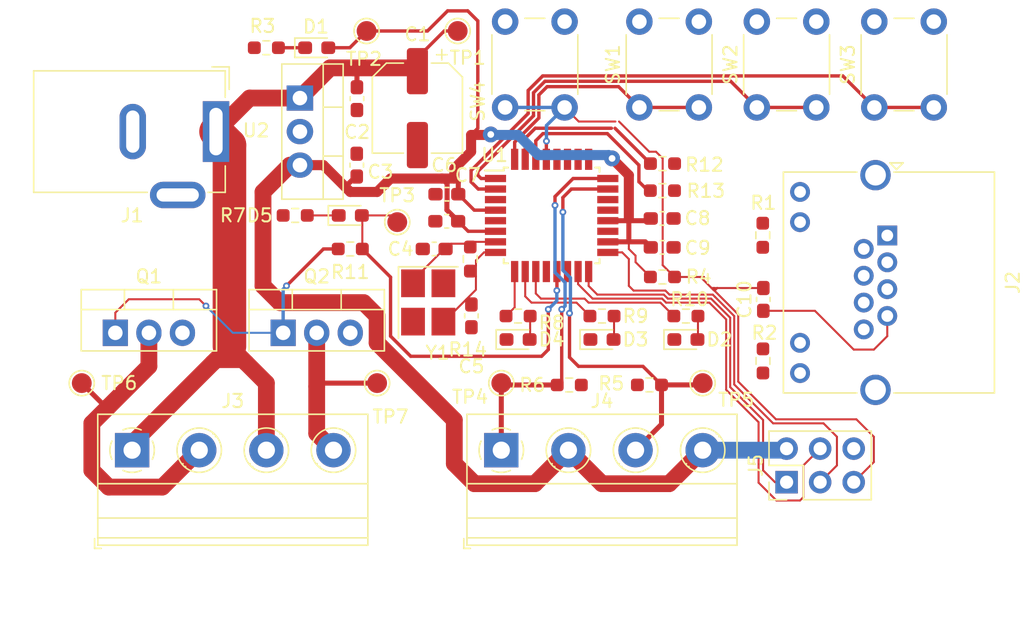
<source format=kicad_pcb>
(kicad_pcb (version 20211014) (generator pcbnew)
  (layers (0 "F.Cu" signal) (31 "B.Cu" signal) (34 "B.Paste" user) (35 "F.Paste" user) (36 "B.SilkS" user "B.Silkscreen") (37 "F.SilkS" user "F.Silkscreen") (38 "B.Mask" user) (39 "F.Mask" user) (44 "Edge.Cuts" user))
  (net 0 "")
  (net 1 "+12V")
  (net 2 "GND")
  (net 3 "+5V")
  (net 4 "Net-(C10-Pad1)")
  (net 5 "RESET")
  (net 6 "Net-(D1-Pad1)")
  (net 7 "Net-(D5-Pad1)")
  (net 9 "Net-(J2-Pad11)")
  (net 11 "Net-(J2-Pad6)")
  (net 13 "Net-(J2-Pad10)")
  (net 14 "Net-(J2-Pad12)")
  (net 15 "Net-(J3-Pad2)")
  (net 16 "Net-(J3-Pad4)")
  (net 17 "MISO")
  (net 18 "SCK")
  (net 19 "MOSI")
  (net 20 "RX")
  (net 21 "TX")
  (net 30 "/LIGHT_SIGNAL")
  (net 31 "/OSC_A")
  (net 32 "/OSC_B")
  (net 33 "/LED_3")
  (net 34 "/LED_2")
  (net 35 "/LED_1")
  (net 36 "/PHOTORESISTOR_IN")
  (net 37 "/DOOR_SW_IN")
  (net 38 "/LIGHTS_CL")
  (net 39 "/BTN_1")
  (net 40 "/BTN_2")
  (net 41 "/BTN_3")
  (net 42 "Net-(R10-Pad2)")
  (net 43 "Net-(R9-Pad2)")
  (net 44 "Net-(R8-Pad2)")
  (footprint "LED_SMD:LED_0603_1608Metric_Pad1.05x0.95mm_HandSolder" (layer "F.Cu") (at 134.62 100.838)
    (fp_text reference "D4")
    (fp_text value "GREEN")
  )
  (footprint "Resistor_SMD:R_0603_1608Metric_Pad0.98x0.95mm_HandSolder" (layer "F.Cu") (at 117.7525 91.44 180)
    (fp_text reference "R7")
    (fp_text value "750R")
  )
  (footprint "TestPoint:TestPoint_Pad_D1.5mm" (layer "F.Cu") (at 125.476 91.948)
    (fp_text reference "TP3")
    (fp_text value "TestPoint")
  )
  (footprint "Resistor_SMD:R_0603_1608Metric_Pad0.98x0.95mm_HandSolder" (layer "F.Cu") (at 153.137112 92.93992 90)
    (fp_text reference "R1")
    (fp_text value "150R")
  )
  (footprint "TestPoint:TestPoint_Pad_D1.5mm" (layer "F.Cu") (at 123.952 104.14)
    (fp_text reference "TP7")
    (fp_text value "TestPoint")
  )
  (footprint "Package_TO_SOT_THT:TO-220-3_Vertical" (layer "F.Cu") (at 116.84 100.33)
    (fp_text reference "Q2")
    (fp_text value "IRF540N")
  )
  (footprint "Resistor_SMD:R_0603_1608Metric_Pad0.98x0.95mm_HandSolder" (layer "F.Cu") (at 115.57 78.74 180)
    (fp_text reference "R3")
    (fp_text value "750R")
  )
  (footprint "Connector_PinHeader_2.54mm:PinHeader_2x03_P2.54mm_Vertical" (layer "F.Cu") (at 154.94 111.643 90)
    (fp_text reference "J5")
    (fp_text value "Conn_02x03_Counter_Clockwise")
  )
  (footprint "Capacitor_SMD:C_0603_1608Metric_Pad1.08x0.95mm_HandSolder" (layer "F.Cu") (at 128.27 93.98)
    (fp_text reference "C4")
    (fp_text value "18p")
  )
  (footprint "Capacitor_SMD:C_0603_1608Metric_Pad1.08x0.95mm_HandSolder" (layer "F.Cu") (at 145.522961 91.669813 180)
    (fp_text reference "C8")
    (fp_text value "100n")
  )
  (footprint "Package_TO_SOT_THT:TO-220-3_Vertical" (layer "F.Cu") (at 104.14 100.33)
    (fp_text reference "Q1")
    (fp_text value "IRF540N")
  )
  (footprint "TestPoint:TestPoint_Pad_D1.5mm" (layer "F.Cu") (at 148.59 104.14)
    (fp_text reference "TP5")
    (fp_text value "TestPoint")
  )
  (footprint "LED_SMD:LED_0603_1608Metric_Pad1.05x0.95mm_HandSolder" (layer "F.Cu") (at 147.32 100.838)
    (fp_text reference "D2")
    (fp_text value "GREEN")
  )
  (footprint "Connector_RJ:RJ45_Amphenol_RJHSE538X" (layer "F.Cu") (at 162.56 92.96 -90)
    (fp_text reference "J2")
    (fp_text value "8P8C_LED_Shielded")
  )
  (footprint "Personal:TerminalBlock_Right-Angle_Modular-1,5-4-5.08_1x04_P5.08mm_Horizontal" (layer "F.Cu") (at 105.41 111.76)
    (fp_text reference "J3")
    (fp_text value "Conn_01x04")
  )
  (footprint "Resistor_SMD:R_0603_1608Metric_Pad0.98x0.95mm_HandSolder" (layer "F.Cu") (at 138.491948 104.281924)
    (fp_text reference "R6")
    (fp_text value "5K")
  )
  (footprint "Resistor_SMD:R_0603_1608Metric_Pad0.98x0.95mm_HandSolder" (layer "F.Cu") (at 144.562482 104.275946)
    (fp_text reference "R5")
    (fp_text value "10K")
  )
  (footprint "Personal:SW_PUSH_6mm_H5mm_4pin" (layer "F.Cu") (at 138.14 76.76 -90)
    (fp_text reference "SW4")
    (fp_text value "SW_MEC_5E")
  )
  (footprint "Personal:SW_PUSH_6mm_H5mm_4pin" (layer "F.Cu") (at 152.69 83.26 90)
    (fp_text reference "SW2")
    (fp_text value "SW_MEC_5E")
  )
  (footprint "Personal:SW_PUSH_6mm_H5mm_4pin" (layer "F.Cu") (at 161.58 83.26 90)
    (fp_text reference "SW3")
    (fp_text value "SW_MEC_5E")
  )
  (footprint "Package_TO_SOT_THT:TO-220-3_Vertical" (layer "F.Cu") (at 118.11 82.55 -90)
    (fp_text reference "U2")
    (fp_text value "LM7805_TO220")
  )
  (footprint "Capacitor_SMD:C_0603_1608Metric_Pad1.08x0.95mm_HandSolder" (layer "F.Cu") (at 129.230663 89.832542 180)
    (fp_text reference "C6")
    (fp_text value "100n")
  )
  (footprint "Resistor_SMD:R_0603_1608Metric_Pad0.98x0.95mm_HandSolder" (layer "F.Cu") (at 121.92 93.98 180)
    (fp_text reference "R11")
    (fp_text value "220R")
  )
  (footprint "Crystal:Crystal_SMD_3225-4Pin_3.2x2.5mm_HandSoldering" (layer "F.Cu") (at 127.818826 98.03152 -90)
    (fp_text reference "Y1")
    (fp_text value "16MHz")
  )
  (footprint "Resistor_SMD:R_0603_1608Metric_Pad0.98x0.95mm_HandSolder" (layer "F.Cu") (at 134.62 99.06)
    (fp_text reference "R8")
    (fp_text value "600R")
  )
  (footprint "LED_SMD:LED_0603_1608Metric_Pad1.05x0.95mm_HandSolder" (layer "F.Cu") (at 140.97 100.838)
    (fp_text reference "D3")
    (fp_text value "GREEN")
  )
  (footprint "Resistor_SMD:R_0603_1608Metric_Pad0.98x0.95mm_HandSolder" (layer "F.Cu") (at 147.32 99.06)
    (fp_text reference "R10")
    (fp_text value "600R")
  )
  (footprint "Resistor_SMD:R_0603_1608Metric_Pad0.98x0.95mm_HandSolder" (layer "F.Cu") (at 145.542 89.562314)
    (fp_text reference "R13")
    (fp_text value "1K")
  )
  (footprint "TestPoint:TestPoint_Pad_D1.5mm" (layer "F.Cu") (at 133.35 104.14)
    (fp_text reference "TP4")
    (fp_text value "TestPoint")
  )
  (footprint "TestPoint:TestPoint_Pad_D1.5mm" (layer "F.Cu") (at 101.6 104.14)
    (fp_text reference "TP6")
    (fp_text value "TestPoint")
  )
  (footprint "Capacitor_SMD:C_0603_1608Metric_Pad1.08x0.95mm_HandSolder" (layer "F.Cu") (at 122.425397 82.593024 -90)
    (fp_text reference "C2")
    (fp_text value "100n")
  )
  (footprint "Personal:TerminalBlock_Right-Angle_Modular-1,5-4-5.08_1x04_P5.08mm_Horizontal" (layer "F.Cu") (at 133.35 111.76)
    (fp_text reference "J4")
    (fp_text value "Conn_01x04")
  )
  (footprint "Capacitor_SMD:C_0603_1608Metric_Pad1.08x0.95mm_HandSolder" (layer "F.Cu") (at 122.41031 87.63 90)
    (fp_text reference "C3")
    (fp_text value "100n")
  )
  (footprint "Capacitor_SMD:C_0603_1608Metric_Pad1.08x0.95mm_HandSolder" (layer "F.Cu") (at 131.086528 99.046255 90)
    (fp_text reference "C5")
    (fp_text value "18p")
  )
  (footprint "Capacitor_SMD:CP_Elec_6.3x5.9" (layer "F.Cu") (at 127 83.312 -90)
    (fp_text reference "C1")
    (fp_text value "22u")
  )
  (footprint "LED_SMD:LED_0603_1608Metric_Pad1.05x0.95mm_HandSolder" (layer "F.Cu") (at 119.38 78.74)
    (fp_text reference "D1")
    (fp_text value "RED")
  )
  (footprint "Capacitor_SMD:C_0603_1608Metric_Pad1.08x0.95mm_HandSolder" (layer "F.Cu") (at 145.524657 93.858603 180)
    (fp_text reference "C9")
    (fp_text value "100n")
  )
  (footprint "Resistor_SMD:R_0603_1608Metric_Pad0.98x0.95mm_HandSolder" (layer "F.Cu") (at 140.97 99.06)
    (fp_text reference "R9")
    (fp_text value "600R")
  )
  (footprint "Personal:BarrelJack_GCT_DCJ200-10-A_Horizontal" (layer "F.Cu") (at 111.76 85.09 -90)
    (fp_text reference "J1")
    (fp_text value "Barrel_Jack_Switch")
  )
  (footprint "Resistor_SMD:R_0603_1608Metric_Pad0.98x0.95mm_HandSolder" (layer "F.Cu") (at 145.546418 96.101546 180)
    (fp_text reference "R4")
    (fp_text value "10K")
  )
  (footprint "Capacitor_SMD:C_0603_1608Metric_Pad1.08x0.95mm_HandSolder" (layer "F.Cu") (at 129.221289 91.88057 180)
    (fp_text reference "C7")
    (fp_text value "100n")
  )
  (footprint "Resistor_SMD:R_0603_1608Metric_Pad0.98x0.95mm_HandSolder" (layer "F.Cu") (at 153.152423 102.460208 -90)
    (fp_text reference "R2")
    (fp_text value "150R")
  )
  (footprint "Personal:SW_PUSH_6mm_H5mm_4pin" (layer "F.Cu") (at 143.8 83.26 90)
    (fp_text reference "SW1")
    (fp_text value "SW_MEC_5E")
  )
  (footprint "LED_SMD:LED_0603_1608Metric_Pad1.05x0.95mm_HandSolder" (layer "F.Cu") (at 121.92 91.44)
    (fp_text reference "D5")
    (fp_text value "RED")
  )
  (footprint "Resistor_SMD:R_0603_1608Metric_Pad0.98x0.95mm_HandSolder" (layer "F.Cu") (at 131.000839 94.743177 90)
    (fp_text reference "R14")
    (fp_text value "1M")
  )
  (footprint "Resistor_SMD:R_0603_1608Metric_Pad0.98x0.95mm_HandSolder" (layer "F.Cu") (at 145.549555 87.516013)
    (fp_text reference "R12")
    (fp_text value "1K")
  )
  (footprint "Package_QFP:TQFP-32_7x7mm_P0.8mm" (layer "F.Cu") (at 137.16 91.44)
    (fp_text reference "U1")
    (fp_text value "ATmega328P-A")
  )
  (footprint "Capacitor_SMD:C_0603_1608Metric_Pad1.08x0.95mm_HandSolder" (layer "F.Cu") (at 153.178473 97.800675 90)
    (fp_text reference "C10")
    (fp_text value "100n")
  )
  (footprint "TestPoint:TestPoint_Pad_D1.5mm" (layer "F.Cu") (at 123.154742 77.47)
    (fp_text reference "TP2")
    (fp_text value "TestPoint")
  )
  (footprint "TestPoint:TestPoint_Pad_D1.5mm" (layer "F.Cu") (at 130.048 77.47)
    (fp_text reference "TP1")
    (fp_text value "TestPoint")
  )
  (segment (start 129.032 77.47) (end 130.048 77.47) (width 0.254) (layer "F.Cu") (net 1))
  (segment (start 120.396 80.264) (end 118.11 82.55) (width 1.27) (layer "F.Cu") (net 1))
  (segment (start 127 80.264) (end 122.174 80.264) (width 1.27) (layer "F.Cu") (net 1))
  (segment (start 122.174 80.264) (end 120.396 80.264) (width 1.27) (layer "F.Cu") (net 1))
  (segment (start 114.046 102.616) (end 115.57 104.14) (width 1.27) (layer "F.Cu") (net 1))
  (segment (start 127 80.264) (end 127 80.512) (width 0.762) (layer "F.Cu") (net 1))
  (segment (start 112.776 86.106) (end 111.76 85.09) (width 2.54) (layer "F.Cu") (net 1))
  (segment (start 111.76 85.09) (end 114.3 82.55) (width 1.27) (layer "F.Cu") (net 1))
  (segment (start 114.3 82.55) (end 118.11 82.55) (width 1.27) (layer "F.Cu") (net 1))
  (segment (start 122.425397 80.515397) (end 122.174 80.264) (width 0.381) (layer "F.Cu") (net 1))
  (segment (start 127 79.502) (end 129.032 77.47) (width 0.254) (layer "F.Cu") (net 1))
  (segment (start 105.41 108.712) (end 105.41 109.22) (width 1.27) (layer "F.Cu") (net 1))
  (segment (start 114.046 102.616) (end 111.506 102.616) (width 0.762) (layer "F.Cu") (net 1))
  (segment (start 115.57 104.14) (end 115.57 109.22) (width 1.27) (layer "F.Cu") (net 1))
  (segment (start 122.425397 81.730524) (end 122.425397 80.515397) (width 0.381) (layer "F.Cu") (net 1))
  (segment (start 127 80.766) (end 127 79.502) (width 0.254) (layer "F.Cu") (net 1))
  (segment (start 118.11 82.55) (end 118.929476 81.730524) (width 1.27) (layer "F.Cu") (net 1))
  (segment (start 111.506 102.616) (end 105.41 108.712) (width 1.27) (layer "F.Cu") (net 1))
  (segment (start 112.776 101.346) (end 112.776 86.106) (width 2.54) (layer "F.Cu") (net 1))
  (segment (start 112.776 101.346) (end 114.046 102.616) (width 1.27) (layer "F.Cu") (net 1))
  (segment (start 112.776 101.346) (end 111.506 102.616) (width 1.27) (layer "F.Cu") (net 1))
  (segment (start 135.89 111.76) (end 138.43 109.22) (width 1.27) (layer "F.Cu") (net 3))
  (segment (start 141.732 87.122) (end 143.002 88.392) (width 0.762) (layer "F.Cu") (net 3))
  (segment (start 128.860554 88.646) (end 124.968 88.646) (width 0.762) (layer "F.Cu") (net 3))
  (segment (start 143.002 88.392) (end 143.002 91.694) (width 0.762) (layer "F.Cu") (net 3))
  (segment (start 129.794 88.646) (end 128.860554 88.646) (width 0.762) (layer "F.Cu") (net 3))
  (segment (start 144.660461 91.669813) (end 144.490274 91.84) (width 0.381) (layer "F.Cu") (net 3))
  (segment (start 129.794 110.236) (end 131.318 111.76) (width 1.27) (layer "F.Cu") (net 3))
  (segment (start 143.002 91.694) (end 143.002 93.423951) (width 0.381) (layer "F.Cu") (net 3))
  (segment (start 143.018049 93.44) (end 141.41 93.44) (width 0.381) (layer "F.Cu") (net 3))
  (segment (start 120.255 78.74) (end 121.884742 78.74) (width 0.254) (layer "F.Cu") (net 3))
  (segment (start 131.572 76.708) (end 130.81 75.946) (width 0.254) (layer "F.Cu") (net 3))
  (segment (start 130.81 75.946) (end 129.286 75.946) (width 0.254) (layer "F.Cu") (net 3))
  (segment (start 124.968 88.646) (end 123.952 89.662) (width 0.762) (layer "F.Cu") (net 3))
  (segment (start 131.572 84.836) (end 131.572 76.708) (width 0.254) (layer "F.Cu") (net 3))
  (segment (start 143.002 93.98) (end 143.002 93.456049) (width 0.1524) (layer "F.Cu") (net 3))
  (segment (start 127.762 77.47) (end 123.154742 77.47) (width 0.254) (layer "F.Cu") (net 3))
  (segment (start 119.888 87.63) (end 118.11 87.63) (width 0.762) (layer "F.Cu") (net 3))
  (segment (start 118.11 87.63) (end 117.348 87.63) (width 0.762) (layer "F.Cu") (net 3))
  (segment (start 129.794 106.934) (end 129.794 110.236) (width 1.27) (layer "F.Cu") (net 3))
  (segment (start 129.231652 91.028433) (end 129.231652 90.36373) (width 0.381) (layer "F.Cu") (net 3))
  (segment (start 131.064 85.344) (end 131.064 86.614) (width 0.762) (layer "F.Cu") (net 3))
  (segment (start 131.064 85.344) (end 131.572 84.836) (width 0.254) (layer "F.Cu") (net 3))
  (segment (start 132.91 91.04) (end 131.300621 91.04) (width 0.254) (layer "F.Cu") (net 3))
  (segment (start 131.064 85.344) (end 132.515958 85.344) (width 0.762) (layer "F.Cu") (net 3))
  (segment (start 123.952 89.662) (end 121.92 89.662) (width 0.762) (layer "F.Cu") (net 3))
  (segment (start 140.97 111.76) (end 146.05 111.76) (width 1.27) (layer "F.Cu") (net 3))
  (segment (start 115.316 96.774) (end 116.586 98.044) (width 1.27) (layer "F.Cu") (net 3))
  (segment (start 144.243554 93.44) (end 143.018049 93.44) (width 0.381) (layer "F.Cu") (net 3))
  (segment (start 129.248083 89.033529) (end 128.860554 88.646) (width 0.381) (layer "F.Cu") (net 3))
  (segment (start 138.43 109.22) (end 140.97 111.76) (width 1.27) (layer "F.Cu") (net 3))
  (segment (start 121.92 89.662) (end 121.539 89.281) (width 0.762) (layer "F.Cu") (net 3))
  (segment (start 129.794 88.646) (end 130.093163 88.945163) (width 0.381) (layer "F.Cu") (net 3))
  (segment (start 130.093163 91.871196) (end 130.083789 91.88057) (width 0.381) (layer "F.Cu") (net 3))
  (segment (start 146.05 111.76) (end 148.59 109.22) (width 1.27) (layer "F.Cu") (net 3))
  (segment (start 143.002 93.456049) (end 143.018049 93.44) (width 0.1524) (layer "F.Cu") (net 3))
  (segment (start 129.248083 90.347299) (end 129.248083 89.033529) (width 0.381) (layer "F.Cu") (net 3))
  (segment (start 115.316 89.662) (end 115.316 96.774) (width 1.27) (layer "F.Cu") (net 3))
  (segment (start 132.515958 85.344) (end 132.551979 85.307979) (width 0.762) (layer "F.Cu") (net 3))
  (segment (start 123.952 99.06) (end 123.952 101.092) (width 1.27) (layer "F.Cu") (net 3))
  (segment (start 117.348 87.63) (end 115.316 89.662) (width 1.27) (layer "F.Cu") (net 3))
  (segment (start 130.093163 88.945163) (end 130.093163 89.832542) (width 0.381) (layer "F.Cu") (net 3))
  (segment (start 143.51 94.488) (end 143.002 93.98) (width 0.1524) (layer "F.Cu") (net 3))
  (segment (start 144.633918 96.101546) (end 143.51 94.977628) (width 0.1524) (layer "F.Cu") (net 3))
  (segment (start 122.41031 88.4925) (end 122.3275 88.4925) (width 0.381) (layer "F.Cu") (net 3))
  (segment (start 144.662157 93.858603) (end 144.243554 93.44) (width 0.381) (layer "F.Cu") (net 3))
  (segment (start 129.286 75.946) (end 127.762 77.47) (width 0.254) (layer "F.Cu") (net 3))
  (segment (start 129.231652 90.36373) (end 129.248083 90.347299) (width 0.381) (layer "F.Cu") (net 3))
  (segment (start 144.490274 91.84) (end 141.684162 91.84) (width 0.381) (layer "F.Cu") (net 3))
  (segment (start 131.318 111.76) (end 135.89 111.76) (width 1.27) (layer "F.Cu") (net 3))
  (segment (start 122.936 98.044) (end 123.952 99.06) (width 1.27) (layer "F.Cu") (net 3))
  (segment (start 116.586 98.044) (end 122.936 98.044) (width 1.27) (layer "F.Cu") (net 3))
  (segment (start 143.018049 93.44) (end 143.05232 93.474271) (width 0.1524) (layer "F.Cu") (net 3))
  (segment (start 131.064 86.614) (end 129.794 87.884) (width 0.762) (layer "F.Cu") (net 3))
  (segment (start 121.884742 78.74) (end 123.154742 77.47) (width 0.254) (layer "F.Cu") (net 3))
  (segment (start 143.002 93.423951) (end 143.018049 93.44) (width 0.381) (layer "F.Cu") (net 3))
  (segment (start 121.539 89.281) (end 119.888 87.63) (width 0.762) (layer "F.Cu") (net 3))
  (segment (start 122.2745 88.4925) (end 122.41031 88.4925) (width 0.508) (layer "F.Cu") (net 3))
  (segment (start 130.083789 91.88057) (end 129.231652 91.028433) (width 0.381) (layer "F.Cu") (net 3))
  (segment (start 143.51 94.977628) (end 143.51 94.488) (width 0.1524) (layer "F.Cu") (net 3))
  (segment (start 130.843219 92.64) (end 130.083789 91.88057) (width 0.254) (layer "F.Cu") (net 3))
  (segment (start 129.794 87.884) (end 129.794 88.646) (width 0.762) (layer "F.Cu") (net 3))
  (segment (start 131.300621 91.04) (end 130.093163 89.832542) (width 0.254) (layer "F.Cu") (net 3))
  (segment (start 122.3275 88.4925) (end 121.539 89.281) (width 0.381) (layer "F.Cu") (net 3))
  (segment (start 123.952 101.092) (end 129.794 106.934) (width 1.27) (layer "F.Cu") (net 3))
  (segment (start 132.91 92.64) (end 130.843219 92.64) (width 0.254) (layer "F.Cu") (net 3))
  (via (at 132.551979 85.307979) (size 1.2) (drill 0.508) (layers "F.Cu" "B.Cu") (net 3))
  (via (at 141.732 87.122) (size 1.2) (drill 0.508) (layers "F.Cu" "B.Cu") (net 3))
  (segment (start 132.588 85.344) (end 134.62 85.344) (width 0.762) (layer "B.Cu") (net 3))
  (segment (start 148.59 109.22) (end 154.823 109.22) (width 1.27) (layer "B.Cu") (net 3))
  (segment (start 132.551979 85.307979) (end 132.588 85.344) (width 0.762) (layer "B.Cu") (net 3))
  (segment (start 141.478 86.868) (end 141.732 87.122) (width 0.762) (layer "B.Cu") (net 3))
  (segment (start 134.62 85.344) (end 136.144 86.868) (width 0.762) (layer "B.Cu") (net 3))
  (segment (start 136.144 86.868) (end 141.478 86.868) (width 0.762) (layer "B.Cu") (net 3))
  (segment (start 154.823 109.22) (end 154.94 109.103) (width 1.27) (layer "B.Cu") (net 3))
  (segment (start 161.544 101.6) (end 160.02 101.6) (width 0.1524) (layer "F.Cu") (net 4))
  (segment (start 162.56 100.584) (end 161.544 101.6) (width 0.1524) (layer "F.Cu") (net 4))
  (segment (start 160.02 101.6) (end 157.083175 98.663175) (width 0.1524) (layer "F.Cu") (net 4))
  (segment (start 162.56 99.056) (end 162.56 100.584) (width 0.1524) (layer "F.Cu") (net 4))
  (segment (start 157.083175 98.663175) (end 153.178473 98.663175) (width 0.1524) (layer "F.Cu") (net 4))
  (segment (start 149.695825 96.938175) (end 149.537296 97.096704) (width 0.1524) (layer "F.Cu") (net 5))
  (segment (start 161.544 110.119) (end 161.544 108.204) (width 0.1524) (layer "F.Cu") (net 5))
  (segment (start 149.420704 97.096704) (end 149.441825 97.096704) (width 0.1524) (layer "F.Cu") (net 5))
  (segment (start 136.767768 85.811859) (end 136.76 85.819627) (width 0.254) (layer "F.Cu") (net 5))
  (segment (start 136.76 85.819627) (end 136.76 87.19) (width 0.254) (layer "F.Cu") (net 5))
  (segment (start 149.441825 97.096704) (end 149.441825 96.938175) (width 0.1524) (layer "F.Cu") (net 5))
  (segment (start 160.02 111.643) (end 161.544 110.119) (width 0.1524) (layer "F.Cu") (net 5))
  (segment (start 144.546162 86.614) (end 145.054162 86.614) (width 0.1524) (layer "F.Cu") (net 5))
  (segment (start 142.260162 84.328) (end 144.546162 86.614) (width 0.1524) (layer "F.Cu") (net 5))
  (segment (start 151.28096 104.025453) (end 151.28096 98.935839) (width 0.1524) (layer "F.Cu") (net 5))
  (segment (start 149.441825 96.938175) (end 149.695825 96.938175) (width 0.1524) (layer "F.Cu") (net 5))
  (segment (start 149.262175 96.938175) (end 149.441825 96.938175) (width 0.1524) (layer "F.Cu") (net 5))
  (segment (start 149.695825 96.938175) (end 153.178473 96.938175) (width 0.1524) (layer "F.Cu") (net 5))
  (segment (start 145.054162 86.614) (end 145.562162 87.122) (width 0.1524) (layer "F.Cu") (net 5))
  (segment (start 160.22368 106.88368) (end 154.139187 106.88368) (width 0.1524) (layer "F.Cu") (net 5))
  (segment (start 151.28096 98.935839) (end 149.441825 97.096704) (width 0.1524) (layer "F.Cu") (net 5))
  (segment (start 139.208 84.328) (end 141.986 84.328) (width 0.1524) (layer "F.Cu") (net 5))
  (segment (start 161.544 108.204) (end 160.22368 106.88368) (width 0.1524) (layer "F.Cu") (net 5))
  (segment (start 138.14 83.26) (end 139.208 84.328) (width 0.1524) (layer "F.Cu") (net 5))
  (segment (start 149.262175 96.938175) (end 149.420704 97.096704) (width 0.1524) (layer "F.Cu") (net 5))
  (segment (start 145.562162 95.20479) (end 146.458918 96.101546) (width 0.1524) (layer "F.Cu") (net 5))
  (segment (start 148.425546 96.101546) (end 149.262175 96.938175) (width 0.1524) (layer "F.Cu") (net 5))
  (segment (start 145.562162 87.122) (end 145.562162 95.20479) (width 0.1524) (layer "F.Cu") (net 5))
  (segment (start 149.537296 97.096704) (end 149.441825 97.096704) (width 0.1524) (layer "F.Cu") (net 5))
  (segment (start 146.458918 96.101546) (end 148.699708 96.101546) (width 0.1524) (layer "F.Cu") (net 5))
  (segment (start 154.139187 106.88368) (end 151.28096 104.025453) (width 0.1524) (layer "F.Cu") (net 5))
  (via (at 136.767768 85.811859) (size 0.508) (drill 0.254) (layers "F.Cu" "B.Cu") (net 5))
  (segment (start 136.767768 85.811859) (end 136.767768 84.632232) (width 0.254) (layer "B.Cu") (net 5))
  (segment (start 136.767768 84.632232) (end 138.14 83.26) (width 0.254) (layer "B.Cu") (net 5))
  (segment (start 133.64 83.26) (end 138.14 83.26) (width 0.254) (layer "B.Cu") (net 5))
  (segment (start 116.4825 78.74) (end 118.505 78.74) (width 0.254) (layer "F.Cu") (net 6))
  (segment (start 118.665 91.44) (end 121.045 91.44) (width 0.1524) (layer "F.Cu") (net 7))
  (segment (start 110.49 109.22) (end 107.696 112.014) (width 1.27) (layer "F.Cu") (net 15))
  (segment (start 102.362 110.744) (end 102.362 107.188) (width 1.27) (layer "F.Cu") (net 15))
  (segment (start 102.362 107.188) (end 103.632 105.918) (width 1.27) (layer "F.Cu") (net 15))
  (segment (start 103.632 112.014) (end 102.362 110.744) (width 1.27) (layer "F.Cu") (net 15))
  (segment (start 101.6 104.14) (end 103.378 105.918) (width 0.381) (layer "F.Cu") (net 15))
  (segment (start 107.696 112.014) (end 103.632 112.014) (width 1.27) (layer "F.Cu") (net 15))
  (segment (start 103.632 105.918) (end 106.68 102.87) (width 1.27) (layer "F.Cu") (net 15))
  (segment (start 103.378 105.918) (end 103.632 105.918) (width 0.381) (layer "F.Cu") (net 15))
  (segment (start 106.68 102.87) (end 106.68 100.33) (width 1.27) (layer "F.Cu") (net 15))
  (segment (start 119.38 104.394) (end 119.38 107.95) (width 1.27) (layer "F.Cu") (net 16))
  (segment (start 119.634 104.14) (end 119.38 104.394) (width 0.381) (layer "F.Cu") (net 16))
  (segment (start 119.38 100.33) (end 119.38 104.394) (width 1.27) (layer "F.Cu") (net 16))
  (segment (start 119.38 107.95) (end 120.65 109.22) (width 1.27) (layer "F.Cu") (net 16))
  (segment (start 124.46 104.14) (end 119.634 104.14) (width 0.381) (layer "F.Cu") (net 16))
  (segment (start 140.61536 97.43536) (end 139.96 96.78) (width 0.1524) (layer "F.Cu") (net 17))
  (segment (start 153.162 110.744) (end 153.162 106.934) (width 0.1524) (layer "F.Cu") (net 17))
  (segment (start 154.94 111.623) (end 154.94 111.643) (width 0.1524) (layer "F.Cu") (net 17))
  (segment (start 149.224054 97.73968) (end 145.947928 97.73968) (width 0.1524) (layer "F.Cu") (net 17))
  (segment (start 153.162 106.934) (end 150.67232 104.44432) (width 0.1524) (layer "F.Cu") (net 17))
  (segment (start 139.96 96.78) (end 139.96 95.69) (width 0.1524) (layer "F.Cu") (net 17))
  (segment (start 154.94 111.643) (end 154.061 111.643) (width 0.1524) (layer "F.Cu") (net 17))
  (segment (start 150.67232 104.44432) (end 150.67232 99.187946) (width 0.1524) (layer "F.Cu") (net 17))
  (segment (start 154.061 111.643) (end 153.162 110.744) (width 0.1524) (layer "F.Cu") (net 17))
  (segment (start 145.643608 97.43536) (end 140.61536 97.43536) (width 0.1524) (layer "F.Cu") (net 17))
  (segment (start 145.947928 97.73968) (end 145.643608 97.43536) (width 0.1524) (layer "F.Cu") (net 17))
  (segment (start 150.67232 99.187946) (end 149.224054 97.73968) (width 0.1524) (layer "F.Cu") (net 17))
  (segment (start 149.528374 97.613627) (end 150.97664 99.061893) (width 0.1524) (layer "F.Cu") (net 18))
  (segment (start 153.924 107.188) (end 157.734 107.188) (width 0.1524) (layer "F.Cu") (net 18))
  (segment (start 149.350108 97.43536) (end 149.528374 97.613627) (width 0.1524) (layer "F.Cu") (net 18))
  (segment (start 142.494 94.234) (end 143.002 94.742) (width 0.1524) (layer "F.Cu") (net 18))
  (segment (start 143.002 94.742) (end 143.002 96.774) (width 0.1524) (layer "F.Cu") (net 18))
  (segment (start 158.75 108.204) (end 158.75 110.373) (width 0.1524) (layer "F.Cu") (net 18))
  (segment (start 146.073982 97.43536) (end 149.350108 97.43536) (width 0.1524) (layer "F.Cu") (net 18))
  (segment (start 141.41 94.24) (end 142.488 94.24) (width 0.1524) (layer "F.Cu") (net 18))
  (segment (start 158.75 110.373) (end 157.48 111.643) (width 0.1524) (layer "F.Cu") (net 18))
  (segment (start 142.488 94.24) (end 142.494 94.234) (width 0.1524) (layer "F.Cu") (net 18))
  (segment (start 150.97664 99.061893) (end 150.97664 104.24064) (width 0.1524) (layer "F.Cu") (net 18))
  (segment (start 157.734 107.188) (end 158.75 108.204) (width 0.1524) (layer "F.Cu") (net 18))
  (segment (start 143.35904 97.13104) (end 145.769662 97.13104) (width 0.1524) (layer "F.Cu") (net 18))
  (segment (start 143.002 96.774) (end 143.35904 97.13104) (width 0.1524) (layer "F.Cu") (net 18))
  (segment (start 150.97664 104.24064) (end 153.924 107.188) (width 0.1524) (layer "F.Cu") (net 18))
  (segment (start 145.769662 97.13104) (end 146.073982 97.43536) (width 0.1524) (layer "F.Cu") (net 18))
  (segment (start 150.368 99.314) (end 150.368 104.648) (width 0.1524) (layer "F.Cu") (net 19))
  (segment (start 152.819813 111.679035) (end 154.170778 113.03) (width 0.1524) (layer "F.Cu") (net 19))
  (segment (start 145.517554 97.73968) (end 145.821874 98.044) (width 0.1524) (layer "F.Cu") (net 19))
  (segment (start 152.819813 107.099813) (end 152.819813 111.679035) (width 0.1524) (layer "F.Cu") (net 19))
  (segment (start 156.21 112.776) (end 156.21 110.373) (width 0.1524) (layer "F.Cu") (net 19))
  (segment (start 139.16 95.69) (end 139.16 96.6424) (width 0.1524) (layer "F.Cu") (net 19))
  (segment (start 140.25728 97.73968) (end 145.517554 97.73968) (width 0.1524) (layer "F.Cu") (net 19))
  (segment (start 150.368 104.648) (end 152.819813 107.099813) (width 0.1524) (layer "F.Cu") (net 19))
  (segment (start 154.170778 113.03) (end 155.956 113.03) (width 0.1524) (layer "F.Cu") (net 19))
  (segment (start 157.48 108.321) (end 157.48 109.103) (width 0.1524) (layer "F.Cu") (net 19))
  (segment (start 155.956 113.03) (end 156.21 112.776) (width 0.1524) (layer "F.Cu") (net 19))
  (segment (start 156.21 110.373) (end 157.48 109.103) (width 0.1524) (layer "F.Cu") (net 19))
  (segment (start 149.098 98.044) (end 150.368 99.314) (width 0.1524) (layer "F.Cu") (net 19))
  (segment (start 139.16 96.6424) (end 140.25728 97.73968) (width 0.1524) (layer "F.Cu") (net 19))
  (segment (start 145.821874 98.044) (end 149.098 98.044) (width 0.1524) (layer "F.Cu") (net 19))
  (segment (start 135.16 85.593244) (end 135.917244 84.836) (width 0.254) (layer "F.Cu") (net 20))
  (segment (start 135.16 87.19) (end 135.16 85.593244) (width 0.254) (layer "F.Cu") (net 20))
  (segment (start 141.957042 84.836) (end 144.637055 87.516013) (width 0.254) (layer "F.Cu") (net 20))
  (segment (start 135.917244 84.836) (end 141.68288 84.836) (width 0.254) (layer "F.Cu") (net 20))
  (segment (start 143.764 87.63) (end 143.764 88.9) (width 0.254) (layer "F.Cu") (net 21))
  (segment (start 143.784162 88.9) (end 144.446476 89.562314) (width 0.254) (layer "F.Cu") (net 21))
  (segment (start 144.446476 89.562314) (end 144.6295 89.562314) (width 0.1524) (layer "F.Cu") (net 21))
  (segment (start 135.96 87.19) (end 135.96 85.782) (width 0.254) (layer "F.Cu") (net 21))
  (segment (start 136.50008 85.24192) (end 141.37592 85.24192) (width 0.254) (layer "F.Cu") (net 21))
  (segment (start 141.37592 85.24192) (end 143.764 87.63) (width 0.254) (layer "F.Cu") (net 21))
  (segment (start 135.96 85.782) (end 136.50008 85.24192) (width 0.254) (layer "F.Cu") (net 21))
  (segment (start 122.8325 93.98) (end 122.8325 91.4775) (width 0.1524) (layer "F.Cu") (net 30))
  (segment (start 122.8325 91.4775) (end 122.795 91.44) (width 0.1524) (layer "F.Cu") (net 30))
  (segment (start 136.906 101.6) (end 136.398 102.108) (width 0.254) (layer "F.Cu") (net 30))
  (segment (start 136.906 98.552) (end 136.906 101.6) (width 0.254) (layer "F.Cu") (net 30))
  (segment (start 126.492 102.108) (end 124.968 100.584) (width 0.254) (layer "F.Cu") (net 30))
  (segment (start 122.795 91.44) (end 124.968 91.44) (width 0.1524) (layer "F.Cu") (net 30))
  (segment (start 124.968 100.584) (end 124.968 96.1155) (width 0.254) (layer "F.Cu") (net 30))
  (segment (start 124.968 91.44) (end 125.476 91.948) (width 0.1524) (layer "F.Cu") (net 30))
  (segment (start 136.398 102.108) (end 126.492 102.108) (width 0.254) (layer "F.Cu") (net 30))
  (segment (start 137.56 97.118277) (end 137.551035 97.127242) (width 0.254) (layer "F.Cu") (net 30))
  (segment (start 124.968 96.1155) (end 122.8325 93.98) (width 0.254) (layer "F.Cu") (net 30))
  (segment (start 137.56 95.69) (end 137.56 97.118277) (width 0.254) (layer "F.Cu") (net 30))
  (via (at 136.906 98.552) (size 0.508) (drill 0.254) (layers "F.Cu" "B.Cu") (net 30))
  (via (at 137.551035 97.127242) (size 0.508) (drill 0.254) (layers "F.Cu" "B.Cu") (net 30))
  (segment (start 137.551035 97.906965) (end 137.551035 97.127242) (width 0.254) (layer "B.Cu") (net 30))
  (segment (start 136.906 98.552) (end 137.551035 97.906965) (width 0.254) (layer "B.Cu") (net 30))
  (segment (start 129.532031 93.580469) (end 130.828923 93.580469) (width 0.1524) (layer "F.Cu") (net 31))
  (segment (start 127.12 96.34) (end 127.12 96.085513) (width 0.1524) (layer "F.Cu") (net 31))
  (segment (start 127.159672 96.123787) (end 127.159672 95.849399) (width 0.1524) (layer "F.Cu") (net 31))
  (segment (start 129.1325 93.98) (end 129.532031 93.580469) (width 0.1524) (layer "F.Cu") (net 31))
  (segment (start 130.828923 93.580469) (end 130.969392 93.44) (width 0.1524) (layer "F.Cu") (net 31))
  (segment (start 131.000839 93.830677) (end 131.000839 93.471447) (width 0.1524) (layer "F.Cu") (net 31))
  (segment (start 128.897784 94.111287) (end 129.172172 94.111287) (width 0.1524) (layer "F.Cu") (net 31))
  (segment (start 129.1325 94.073013) (end 129.1325 93.98) (width 0.1524) (layer "F.Cu") (net 31))
  (segment (start 127.159672 95.849399) (end 128.897784 94.111287) (width 0.1524) (layer "F.Cu") (net 31))
  (segment (start 130.969392 93.44) (end 132.91 93.44) (width 0.1524) (layer "F.Cu") (net 31))
  (segment (start 131.000839 93.471447) (end 130.969392 93.44) (width 0.1524) (layer "F.Cu") (net 31))
  (segment (start 129.442077 99.056998) (end 130.664921 97.834154) (width 0.1524) (layer "F.Cu") (net 32))
  (segment (start 131.026444 95.655677) (end 131.000839 95.655677) (width 0.1524) (layer "F.Cu") (net 32))
  (segment (start 131.428159 96.057392) (end 131.026444 95.655677) (width 0.1524) (layer "F.Cu") (net 32))
  (segment (start 131.432364 95.224152) (end 131.428159 95.228357) (width 0.1524) (layer "F.Cu") (net 32))
  (segment (start 131.086528 98.183755) (end 131.086528 98.066528) (width 0.1524) (layer "F.Cu") (net 32))
  (segment (start 129.42 99.24) (end 129.42 98.845688) (width 0.1524) (layer "F.Cu") (net 32))
  (segment (start 130.664921 97.834154) (end 131.394538 97.104538) (width 0.1524) (layer "F.Cu") (net 32))
  (segment (start 131.428159 95.228357) (end 131.428159 96.057392) (width 0.1524) (layer "F.Cu") (net 32))
  (segment (start 132.036604 94.24) (end 131.432364 94.84424) (width 0.1524) (layer "F.Cu") (net 32))
  (segment (start 131.432364 95.224152) (end 131.000839 95.655677) (width 0.1524) (layer "F.Cu") (net 32))
  (segment (start 132.91 94.24) (end 132.036604 94.24) (width 0.1524) (layer "F.Cu") (net 32))
  (segment (start 131.432364 94.84424) (end 131.432364 95.224152) (width 0.1524) (layer "F.Cu") (net 32))
  (segment (start 131.428159 96.057392) (end 131.428159 97.070917) (width 0.1524) (layer "F.Cu") (net 32))
  (segment (start 145.3915 98.044) (end 146.4075 99.06) (width 0.1524) (layer "F.Cu") (net 33))
  (segment (start 135.96 95.69) (end 135.96 97.352) (width 0.1524) (layer "F.Cu") (net 33))
  (segment (start 135.96 97.352) (end 136.34768 97.73968) (width 0.1524) (layer "F.Cu") (net 33))
  (segment (start 136.34768 97.73968) (end 139.64968 97.73968) (width 0.1524) (layer "F.Cu") (net 33))
  (segment (start 139.954 98.044) (end 145.3915 98.044) (width 0.1524) (layer "F.Cu") (net 33))
  (segment (start 139.64968 97.73968) (end 139.954 98.044) (width 0.1524) (layer "F.Cu") (net 33))
  (segment (start 135.16 95.69) (end 135.16 97.568) (width 0.1524) (layer "F.Cu") (net 34))
  (segment (start 139.0415 98.044) (end 140.0575 99.06) (width 0.1524) (layer "F.Cu") (net 34))
  (segment (start 135.636 98.044) (end 139.0415 98.044) (width 0.1524) (layer "F.Cu") (net 34))
  (segment (start 135.16 97.568) (end 135.636 98.044) (width 0.1524) (layer "F.Cu") (net 34))
  (segment (start 134.36 98.4075) (end 133.7075 99.06) (width 0.1524) (layer "F.Cu") (net 35))
  (segment (start 134.36 95.69) (end 134.36 98.4075) (width 0.1524) (layer "F.Cu") (net 35))
  (segment (start 137.414 90.012046) (end 138.786046 88.64) (width 0.254) (layer "F.Cu") (net 36))
  (segment (start 137.922 103.939372) (end 137.579448 104.281924) (width 0.254) (layer "F.Cu") (net 36))
  (segment (start 137.579448 104.281924) (end 133.491924 104.281924) (width 0.381) (layer "F.Cu") (net 36))
  (segment (start 138.786046 88.64) (end 141.41 88.64) (width 0.254) (layer "F.Cu") (net 36))
  (segment (start 133.35 104.14) (end 133.35 109.22) (width 0.381) (layer "F.Cu") (net 36))
  (segment (start 133.491924 104.281924) (end 133.35 104.14) (width 0.508) (layer "F.Cu") (net 36))
  (segment (start 137.414 90.678) (end 137.414 90.012046) (width 0.254) (layer "F.Cu") (net 36))
  (segment (start 137.922 98.552) (end 137.922 103.939372) (width 0.254) (layer "F.Cu") (net 36))
  (via (at 137.922 98.552) (size 0.508) (drill 0.254) (layers "F.Cu" "B.Cu") (net 36))
  (via (at 137.414 90.678) (size 0.508) (drill 0.254) (layers "F.Cu" "B.Cu") (net 36))
  (segment (start 137.414 90.678) (end 137.414 95.758) (width 0.254) (layer "B.Cu") (net 36))
  (segment (start 138.176 98.298) (end 137.922 98.552) (width 0.254) (layer "B.Cu") (net 36))
  (segment (start 137.414 95.758) (end 138.176 96.52) (width 0.254) (layer "B.Cu") (net 36))
  (segment (start 138.176 96.52) (end 138.176 98.298) (width 0.254) (layer "B.Cu") (net 36))
  (segment (start 138.009697 90.082303) (end 138.652 89.44) (width 0.254) (layer "F.Cu") (net 37))
  (segment (start 145.474982 104.275946) (end 145.474982 107.255018) (width 0.381) (layer "F.Cu") (net 37))
  (segment (start 144.069036 102.87) (end 145.474982 104.275946) (width 0.254) (layer "F.Cu") (net 37))
  (segment (start 145.474982 104.275946) (end 148.454054 104.275946) (width 0.381) (layer "F.Cu") (net 37))
  (segment (start 139.192 102.87) (end 144.069036 102.87) (width 0.254) (layer "F.Cu") (net 37))
  (segment (start 148.454054 104.275946) (end 148.59 104.14) (width 0.762) (layer "F.Cu") (net 37))
  (segment (start 138.512235 102.190235) (end 139.192 102.87) (width 0.254) (layer "F.Cu") (net 37))
  (segment (start 138.009697 91.186) (end 138.009697 90.082303) (width 0.254) (layer "F.Cu") (net 37))
  (segment (start 138.512235 98.847117) (end 138.512235 102.190235) (width 0.254) (layer "F.Cu") (net 37))
  (segment (start 138.652 89.44) (end 141.41 89.44) (width 0.254) (layer "F.Cu") (net 37))
  (segment (start 145.474982 107.255018) (end 143.51 109.22) (width 0.381) (layer "F.Cu") (net 37))
  (via (at 138.512235 98.847117) (size 0.508) (drill 0.254) (layers "F.Cu" "B.Cu") (net 37))
  (via (at 138.009697 91.186) (size 0.508) (drill 0.254) (layers "F.Cu" "B.Cu") (net 37))
  (segment (start 138.58192 98.777432) (end 138.512235 98.847117) (width 0.254) (layer "B.Cu") (net 37))
  (segment (start 138.009697 91.186) (end 138.009697 95.591697) (width 0.254) (layer "B.Cu") (net 37))
  (segment (start 138.58192 96.16392) (end 138.58192 98.777432) (width 0.254) (layer "B.Cu") (net 37))
  (segment (start 138.009697 95.591697) (end 138.58192 96.16392) (width 0.254) (layer "B.Cu") (net 37))
  (segment (start 121.0075 93.98) (end 120.904 93.98) (width 0.1524) (layer "F.Cu") (net 38))
  (segment (start 110.49 97.79) (end 105.156 97.79) (width 0.1524) (layer "F.Cu") (net 38))
  (segment (start 119.888 93.98) (end 121.0075 93.98) (width 0.254) (layer "F.Cu") (net 38))
  (segment (start 104.14 98.806) (end 104.14 100.33) (width 0.1524) (layer "F.Cu") (net 38))
  (segment (start 110.998 98.298) (end 110.49 97.79) (width 0.1524) (layer "F.Cu") (net 38))
  (segment (start 105.156 97.79) (end 104.14 98.806) (width 0.1524) (layer "F.Cu") (net 38))
  (segment (start 117.094 96.774) (end 119.888 93.98) (width 0.254) (layer "F.Cu") (net 38))
  (via (at 117.094 96.774) (size 0.508) (drill 0.254) (layers "F.Cu" "B.Cu") (net 38))
  (via (at 110.998 98.298) (size 0.508) (drill 0.254) (layers "F.Cu" "B.Cu") (net 38))
  (segment (start 110.998 98.298) (end 113.03 100.33) (width 0.1524) (layer "B.Cu") (net 38))
  (segment (start 117.094 96.774) (end 116.84 97.028) (width 0.254) (layer "B.Cu") (net 38))
  (segment (start 116.84 97.028) (end 116.84 100.33) (width 0.254) (layer "B.Cu") (net 38))
  (segment (start 113.03 100.33) (end 116.84 100.33) (width 0.1524) (layer "B.Cu") (net 38))
  (segment (start 134.36 87.19) (end 134.36 85.891028) (width 0.254) (layer "F.Cu") (net 39))
  (segment (start 143.8 83.26) (end 148.3 83.26) (width 0.254) (layer "F.Cu") (net 39))
  (segment (start 136.820138 81.68592) (end 142.22592 81.68592) (width 0.254) (layer "F.Cu") (net 39))
  (segment (start 136.19384 82.312218) (end 136.820138 81.68592) (width 0.254) (layer "F.Cu") (net 39))
  (segment (start 142.22592 81.68592) (end 143.8 83.26) (width 0.254) (layer "F.Cu") (net 39))
  (segment (start 134.36 85.891028) (end 136.19384 84.057188) (width 0.254) (layer "F.Cu") (net 39))
  (segment (start 136.19384 84.057188) (end 136.19384 82.312218) (width 0.254) (layer "F.Cu") (net 39))
  (segment (start 131.572 88.392) (end 131.572 88.10497) (width 0.254) (layer "F.Cu") (net 40))
  (segment (start 132.91 88.64) (end 131.82 88.64) (width 0.254) (layer "F.Cu") (net 40))
  (segment (start 135.78792 82.14408) (end 136.652 81.28) (width 0.254) (layer "F.Cu") (net 40))
  (segment (start 131.572 88.10497) (end 135.78792 83.88905) (width 0.254) (layer "F.Cu") (net 40))
  (segment (start 136.652 81.28) (end 150.71 81.28) (width 0.254) (layer "F.Cu") (net 40))
  (segment (start 150.71 81.28) (end 152.69 83.26) (width 0.254) (layer "F.Cu") (net 40))
  (segment (start 135.78792 83.88905) (end 135.78792 82.14408) (width 0.254) (layer "F.Cu") (net 40))
  (segment (start 131.82 88.64) (end 131.572 88.392) (width 0.254) (layer "F.Cu") (net 40))
  (segment (start 152.69 83.26) (end 157.19 83.26) (width 0.254) (layer "F.Cu") (net 40))
  (segment (start 136.483862 80.87408) (end 159.19408 80.87408) (width 0.254) (layer "F.Cu") (net 41))
  (segment (start 131.604 89.44) (end 131.064 88.9) (width 0.254) (layer "F.Cu") (net 41))
  (segment (start 135.382 81.975942) (end 136.483862 80.87408) (width 0.254) (layer "F.Cu") (net 41))
  (segment (start 159.19408 80.87408) (end 161.58 83.26) (width 0.254) (layer "F.Cu") (net 41))
  (segment (start 131.064 88.9) (end 131.064 88.038912) (width 0.254) (layer "F.Cu") (net 41))
  (segment (start 131.064 88.038912) (end 135.382 83.720912) (width 0.254) (layer "F.Cu") (net 41))
  (segment (start 135.382 83.720912) (end 135.382 81.975942) (width 0.254) (layer "F.Cu") (net 41))
  (segment (start 132.91 89.44) (end 131.604 89.44) (width 0.254) (layer "F.Cu") (net 41))
  (segment (start 161.58 83.26) (end 166.08 83.26) (width 0.254) (layer "F.Cu") (net 41))
  (segment (start 148.2325 100.8005) (end 148.195 100.838) (width 0.1524) (layer "F.Cu") (net 42))
  (segment (start 148.2325 99.06) (end 148.2325 100.8005) (width 0.1524) (layer "F.Cu") (net 42))
  (segment (start 141.8825 100.8005) (end 141.845 100.838) (width 0.1524) (layer "F.Cu") (net 43))
  (segment (start 141.8825 99.06) (end 141.8825 100.8005) (width 0.1524) (layer "F.Cu") (net 43))
  (segment (start 135.5325 100.8005) (end 135.495 100.838) (width 0.1524) (layer "F.Cu") (net 44))
  (segment (start 135.5325 99.06) (end 135.5325 100.8005) (width 0.1524) (layer "F.Cu") (net 44))
)
</source>
